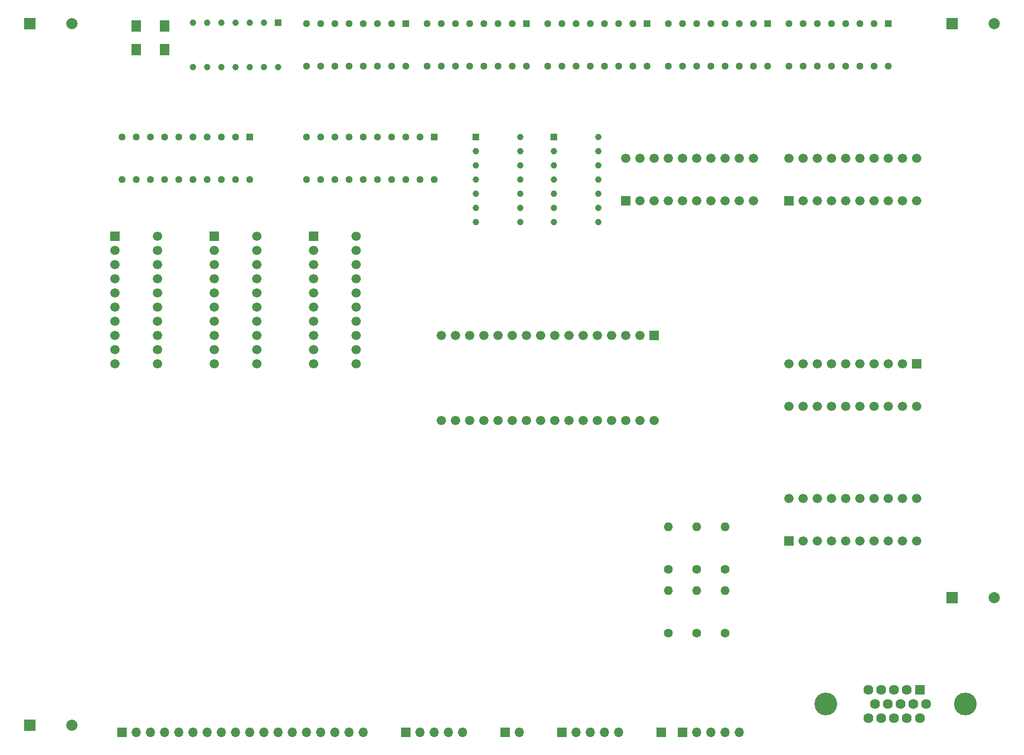
<source format=gts>
%TF.GenerationSoftware,KiCad,Pcbnew,5.1.12-84ad8e8a86~92~ubuntu18.04.1*%
%TF.CreationDate,2021-11-25T10:44:01-05:00*%
%TF.ProjectId,vectron_vga_plus_design,76656374-726f-46e5-9f76-67615f706c75,rev?*%
%TF.SameCoordinates,Original*%
%TF.FileFunction,Soldermask,Top*%
%TF.FilePolarity,Negative*%
%FSLAX46Y46*%
G04 Gerber Fmt 4.6, Leading zero omitted, Abs format (unit mm)*
G04 Created by KiCad (PCBNEW 5.1.12-84ad8e8a86~92~ubuntu18.04.1) date 2021-11-25 10:44:01*
%MOMM*%
%LPD*%
G01*
G04 APERTURE LIST*
%ADD10C,1.676400*%
%ADD11R,1.676400X1.676400*%
%ADD12R,1.800000X2.000000*%
%ADD13C,1.295400*%
%ADD14R,1.295400X1.295400*%
%ADD15C,1.170000*%
%ADD16R,1.170000X1.170000*%
%ADD17O,1.600000X1.600000*%
%ADD18C,1.600000*%
%ADD19O,1.700000X1.700000*%
%ADD20R,1.700000X1.700000*%
%ADD21C,4.066000*%
%ADD22C,1.785000*%
%ADD23R,1.785000X1.785000*%
%ADD24C,2.000000*%
%ADD25R,2.000000X2.000000*%
G04 APERTURE END LIST*
D10*
%TO.C,U17*%
X537210000Y-508000000D03*
X539750000Y-508000000D03*
X542290000Y-508000000D03*
X544830000Y-508000000D03*
X547370000Y-508000000D03*
X549910000Y-508000000D03*
X552450000Y-508000000D03*
X554990000Y-508000000D03*
X557530000Y-508000000D03*
X560070000Y-508000000D03*
X560070000Y-515620000D03*
X557530000Y-515620000D03*
X554990000Y-515620000D03*
X552450000Y-515620000D03*
X549910000Y-515620000D03*
X547370000Y-515620000D03*
X544830000Y-515620000D03*
X542290000Y-515620000D03*
X539750000Y-515620000D03*
D11*
X537210000Y-515620000D03*
%TD*%
D12*
%TO.C,X1*%
X420370000Y-484310000D03*
X425450000Y-484310000D03*
X425450000Y-488510000D03*
X420370000Y-488510000D03*
%TD*%
D13*
%TO.C,U18*%
X554990000Y-491490000D03*
X552450000Y-491490000D03*
X549910000Y-491490000D03*
X547370000Y-491490000D03*
X544830000Y-491490000D03*
X542290000Y-491490000D03*
X539750000Y-491490000D03*
X537210000Y-491490000D03*
X537210000Y-483870000D03*
X539750000Y-483870000D03*
X542290000Y-483870000D03*
X544830000Y-483870000D03*
X547370000Y-483870000D03*
X549910000Y-483870000D03*
X552450000Y-483870000D03*
D14*
X554990000Y-483870000D03*
%TD*%
D10*
%TO.C,U16*%
X560070000Y-552450000D03*
X557530000Y-552450000D03*
X554990000Y-552450000D03*
X552450000Y-552450000D03*
X549910000Y-552450000D03*
X547370000Y-552450000D03*
X544830000Y-552450000D03*
X542290000Y-552450000D03*
X539750000Y-552450000D03*
X537210000Y-552450000D03*
X537210000Y-544830000D03*
X539750000Y-544830000D03*
X542290000Y-544830000D03*
X544830000Y-544830000D03*
X547370000Y-544830000D03*
X549910000Y-544830000D03*
X552450000Y-544830000D03*
X554990000Y-544830000D03*
X557530000Y-544830000D03*
D11*
X560070000Y-544830000D03*
%TD*%
D10*
%TO.C,U15*%
X508000000Y-508000000D03*
X510540000Y-508000000D03*
X513080000Y-508000000D03*
X515620000Y-508000000D03*
X518160000Y-508000000D03*
X520700000Y-508000000D03*
X523240000Y-508000000D03*
X525780000Y-508000000D03*
X528320000Y-508000000D03*
X530860000Y-508000000D03*
X530860000Y-515620000D03*
X528320000Y-515620000D03*
X525780000Y-515620000D03*
X523240000Y-515620000D03*
X520700000Y-515620000D03*
X518160000Y-515620000D03*
X515620000Y-515620000D03*
X513080000Y-515620000D03*
X510540000Y-515620000D03*
D11*
X508000000Y-515620000D03*
%TD*%
D13*
%TO.C,U14*%
X533400000Y-491490000D03*
X530860000Y-491490000D03*
X528320000Y-491490000D03*
X525780000Y-491490000D03*
X523240000Y-491490000D03*
X520700000Y-491490000D03*
X518160000Y-491490000D03*
X515620000Y-491490000D03*
X515620000Y-483870000D03*
X518160000Y-483870000D03*
X520700000Y-483870000D03*
X523240000Y-483870000D03*
X525780000Y-483870000D03*
X528320000Y-483870000D03*
X530860000Y-483870000D03*
D14*
X533400000Y-483870000D03*
%TD*%
D15*
%TO.C,U13*%
X503080000Y-504190000D03*
X503080000Y-506730000D03*
X503080000Y-509270000D03*
X503080000Y-511810000D03*
X503080000Y-514350000D03*
X503080000Y-516890000D03*
X503080000Y-519430000D03*
X495140000Y-519430000D03*
X495140000Y-516890000D03*
X495140000Y-514350000D03*
X495140000Y-511810000D03*
X495140000Y-509270000D03*
X495140000Y-506730000D03*
D16*
X495140000Y-504190000D03*
%TD*%
D10*
%TO.C,U12*%
X513080000Y-554990000D03*
X510540000Y-554990000D03*
X508000000Y-554990000D03*
X505460000Y-554990000D03*
X502920000Y-554990000D03*
X500380000Y-554990000D03*
X497840000Y-554990000D03*
X495300000Y-554990000D03*
X492760000Y-554990000D03*
X490220000Y-554990000D03*
X487680000Y-554990000D03*
X485140000Y-554990000D03*
X482600000Y-554990000D03*
X480060000Y-554990000D03*
X477520000Y-554990000D03*
X474980000Y-554990000D03*
X474980000Y-539750000D03*
X477520000Y-539750000D03*
X480060000Y-539750000D03*
X482600000Y-539750000D03*
X485140000Y-539750000D03*
X487680000Y-539750000D03*
X490220000Y-539750000D03*
X492760000Y-539750000D03*
X495300000Y-539750000D03*
X497840000Y-539750000D03*
X500380000Y-539750000D03*
X502920000Y-539750000D03*
X505460000Y-539750000D03*
X508000000Y-539750000D03*
X510540000Y-539750000D03*
D11*
X513080000Y-539750000D03*
%TD*%
D13*
%TO.C,U11*%
X511810000Y-491490000D03*
X509270000Y-491490000D03*
X506730000Y-491490000D03*
X504190000Y-491490000D03*
X501650000Y-491490000D03*
X499110000Y-491490000D03*
X496570000Y-491490000D03*
X494030000Y-491490000D03*
X494030000Y-483870000D03*
X496570000Y-483870000D03*
X499110000Y-483870000D03*
X501650000Y-483870000D03*
X504190000Y-483870000D03*
X506730000Y-483870000D03*
X509270000Y-483870000D03*
D14*
X511810000Y-483870000D03*
%TD*%
D15*
%TO.C,U10*%
X489110000Y-504190000D03*
X489110000Y-506730000D03*
X489110000Y-509270000D03*
X489110000Y-511810000D03*
X489110000Y-514350000D03*
X489110000Y-516890000D03*
X489110000Y-519430000D03*
X481170000Y-519430000D03*
X481170000Y-516890000D03*
X481170000Y-514350000D03*
X481170000Y-511810000D03*
X481170000Y-509270000D03*
X481170000Y-506730000D03*
D16*
X481170000Y-504190000D03*
%TD*%
D10*
%TO.C,U9*%
X459740000Y-521970000D03*
X459740000Y-524510000D03*
X459740000Y-527050000D03*
X459740000Y-529590000D03*
X459740000Y-532130000D03*
X459740000Y-534670000D03*
X459740000Y-537210000D03*
X459740000Y-539750000D03*
X459740000Y-542290000D03*
X459740000Y-544830000D03*
X452120000Y-544830000D03*
X452120000Y-542290000D03*
X452120000Y-539750000D03*
X452120000Y-537210000D03*
X452120000Y-534670000D03*
X452120000Y-532130000D03*
X452120000Y-529590000D03*
X452120000Y-527050000D03*
X452120000Y-524510000D03*
D11*
X452120000Y-521970000D03*
%TD*%
D13*
%TO.C,U8*%
X490220000Y-491490000D03*
X487680000Y-491490000D03*
X485140000Y-491490000D03*
X482600000Y-491490000D03*
X480060000Y-491490000D03*
X477520000Y-491490000D03*
X474980000Y-491490000D03*
X472440000Y-491490000D03*
X472440000Y-483870000D03*
X474980000Y-483870000D03*
X477520000Y-483870000D03*
X480060000Y-483870000D03*
X482600000Y-483870000D03*
X485140000Y-483870000D03*
X487680000Y-483870000D03*
D14*
X490220000Y-483870000D03*
%TD*%
D13*
%TO.C,U7*%
X468630000Y-491490000D03*
X466090000Y-491490000D03*
X463550000Y-491490000D03*
X461010000Y-491490000D03*
X458470000Y-491490000D03*
X455930000Y-491490000D03*
X453390000Y-491490000D03*
X450850000Y-491490000D03*
X450850000Y-483870000D03*
X453390000Y-483870000D03*
X455930000Y-483870000D03*
X458470000Y-483870000D03*
X461010000Y-483870000D03*
X463550000Y-483870000D03*
X466090000Y-483870000D03*
D14*
X468630000Y-483870000D03*
%TD*%
D13*
%TO.C,U6*%
X473710000Y-511810000D03*
X471170000Y-511810000D03*
X468630000Y-511810000D03*
X466090000Y-511810000D03*
X463550000Y-511810000D03*
X461010000Y-511810000D03*
X458470000Y-511810000D03*
X455930000Y-511810000D03*
X453390000Y-511810000D03*
X450850000Y-511810000D03*
X450850000Y-504190000D03*
X453390000Y-504190000D03*
X455930000Y-504190000D03*
X458470000Y-504190000D03*
X461010000Y-504190000D03*
X463550000Y-504190000D03*
X466090000Y-504190000D03*
X468630000Y-504190000D03*
X471170000Y-504190000D03*
D14*
X473710000Y-504190000D03*
%TD*%
D10*
%TO.C,U5*%
X441960000Y-521970000D03*
X441960000Y-524510000D03*
X441960000Y-527050000D03*
X441960000Y-529590000D03*
X441960000Y-532130000D03*
X441960000Y-534670000D03*
X441960000Y-537210000D03*
X441960000Y-539750000D03*
X441960000Y-542290000D03*
X441960000Y-544830000D03*
X434340000Y-544830000D03*
X434340000Y-542290000D03*
X434340000Y-539750000D03*
X434340000Y-537210000D03*
X434340000Y-534670000D03*
X434340000Y-532130000D03*
X434340000Y-529590000D03*
X434340000Y-527050000D03*
X434340000Y-524510000D03*
D11*
X434340000Y-521970000D03*
%TD*%
D15*
%TO.C,U4*%
X445770000Y-491650000D03*
X443230000Y-491650000D03*
X440690000Y-491650000D03*
X438150000Y-491650000D03*
X435610000Y-491650000D03*
X433070000Y-491650000D03*
X430530000Y-491650000D03*
X430530000Y-483710000D03*
X433070000Y-483710000D03*
X435610000Y-483710000D03*
X438150000Y-483710000D03*
X440690000Y-483710000D03*
X443230000Y-483710000D03*
D16*
X445770000Y-483710000D03*
%TD*%
D10*
%TO.C,U3*%
X537210000Y-568960000D03*
X539750000Y-568960000D03*
X542290000Y-568960000D03*
X544830000Y-568960000D03*
X547370000Y-568960000D03*
X549910000Y-568960000D03*
X552450000Y-568960000D03*
X554990000Y-568960000D03*
X557530000Y-568960000D03*
X560070000Y-568960000D03*
X560070000Y-576580000D03*
X557530000Y-576580000D03*
X554990000Y-576580000D03*
X552450000Y-576580000D03*
X549910000Y-576580000D03*
X547370000Y-576580000D03*
X544830000Y-576580000D03*
X542290000Y-576580000D03*
X539750000Y-576580000D03*
D11*
X537210000Y-576580000D03*
%TD*%
D10*
%TO.C,U2*%
X424180000Y-521970000D03*
X424180000Y-524510000D03*
X424180000Y-527050000D03*
X424180000Y-529590000D03*
X424180000Y-532130000D03*
X424180000Y-534670000D03*
X424180000Y-537210000D03*
X424180000Y-539750000D03*
X424180000Y-542290000D03*
X424180000Y-544830000D03*
X416560000Y-544830000D03*
X416560000Y-542290000D03*
X416560000Y-539750000D03*
X416560000Y-537210000D03*
X416560000Y-534670000D03*
X416560000Y-532130000D03*
X416560000Y-529590000D03*
X416560000Y-527050000D03*
X416560000Y-524510000D03*
D11*
X416560000Y-521970000D03*
%TD*%
D13*
%TO.C,U1*%
X440690000Y-511810000D03*
X438150000Y-511810000D03*
X435610000Y-511810000D03*
X433070000Y-511810000D03*
X430530000Y-511810000D03*
X427990000Y-511810000D03*
X425450000Y-511810000D03*
X422910000Y-511810000D03*
X420370000Y-511810000D03*
X417830000Y-511810000D03*
X417830000Y-504190000D03*
X420370000Y-504190000D03*
X422910000Y-504190000D03*
X425450000Y-504190000D03*
X427990000Y-504190000D03*
X430530000Y-504190000D03*
X433070000Y-504190000D03*
X435610000Y-504190000D03*
X438150000Y-504190000D03*
D14*
X440690000Y-504190000D03*
%TD*%
D17*
%TO.C,R6*%
X525780000Y-585470000D03*
D18*
X525780000Y-593090000D03*
%TD*%
D17*
%TO.C,R5*%
X525780000Y-574040000D03*
D18*
X525780000Y-581660000D03*
%TD*%
D17*
%TO.C,R4*%
X520700000Y-585470000D03*
D18*
X520700000Y-593090000D03*
%TD*%
D17*
%TO.C,R3*%
X520700000Y-574040000D03*
D18*
X520700000Y-581660000D03*
%TD*%
D17*
%TO.C,R2*%
X515620000Y-585470000D03*
D18*
X515620000Y-593090000D03*
%TD*%
D17*
%TO.C,R1*%
X515620000Y-574040000D03*
D18*
X515620000Y-581660000D03*
%TD*%
D19*
%TO.C,J7*%
X488950000Y-610870000D03*
D20*
X486410000Y-610870000D03*
%TD*%
D21*
%TO.C,J6*%
X568755000Y-605790000D03*
X543765000Y-605790000D03*
D22*
X551430000Y-608330000D03*
X553720000Y-608330000D03*
X556010000Y-608330000D03*
X558300000Y-608330000D03*
X560590000Y-608330000D03*
X552575000Y-605790000D03*
X554865000Y-605790000D03*
X557155000Y-605790000D03*
X559445000Y-605790000D03*
X561735000Y-605790000D03*
X551430000Y-603250000D03*
X553720000Y-603250000D03*
X556010000Y-603250000D03*
X558300000Y-603250000D03*
D23*
X560590000Y-603250000D03*
%TD*%
D19*
%TO.C,J5*%
X506730000Y-610870000D03*
X504190000Y-610870000D03*
X501650000Y-610870000D03*
X499110000Y-610870000D03*
D20*
X496570000Y-610870000D03*
%TD*%
D19*
%TO.C,J4*%
X528320000Y-610870000D03*
X525780000Y-610870000D03*
X523240000Y-610870000D03*
X520700000Y-610870000D03*
D20*
X518160000Y-610870000D03*
%TD*%
%TO.C,J3*%
X514350000Y-610870000D03*
%TD*%
D19*
%TO.C,J2*%
X478790000Y-610870000D03*
X476250000Y-610870000D03*
X473710000Y-610870000D03*
X471170000Y-610870000D03*
D20*
X468630000Y-610870000D03*
%TD*%
D19*
%TO.C,J1*%
X461010000Y-610870000D03*
X458470000Y-610870000D03*
X455930000Y-610870000D03*
X453390000Y-610870000D03*
X450850000Y-610870000D03*
X448310000Y-610870000D03*
X445770000Y-610870000D03*
X443230000Y-610870000D03*
X440690000Y-610870000D03*
X438150000Y-610870000D03*
X435610000Y-610870000D03*
X433070000Y-610870000D03*
X430530000Y-610870000D03*
X427990000Y-610870000D03*
X425450000Y-610870000D03*
X422910000Y-610870000D03*
X420370000Y-610870000D03*
D20*
X417830000Y-610870000D03*
%TD*%
D24*
%TO.C,C4*%
X573920000Y-586740000D03*
D25*
X566420000Y-586740000D03*
%TD*%
D24*
%TO.C,C3*%
X408820000Y-483870000D03*
D25*
X401320000Y-483870000D03*
%TD*%
D24*
%TO.C,C2*%
X573920000Y-483870000D03*
D25*
X566420000Y-483870000D03*
%TD*%
D24*
%TO.C,C1*%
X408820000Y-609600000D03*
D25*
X401320000Y-609600000D03*
%TD*%
M02*

</source>
